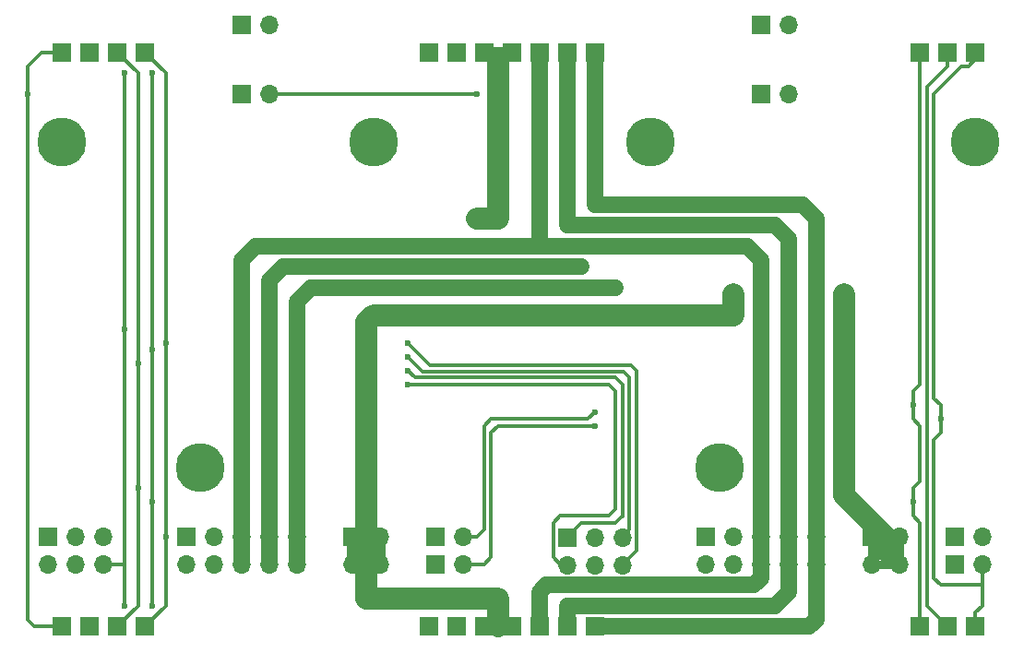
<source format=gtl>
G04 #@! TF.GenerationSoftware,KiCad,Pcbnew,6.0.4+dfsg-1+b1*
G04 #@! TF.CreationDate,2022-04-23T23:39:37+03:00*
G04 #@! TF.ProjectId,yatabaza-bus,79617461-6261-47a6-912d-6275732e6b69,rev?*
G04 #@! TF.SameCoordinates,Original*
G04 #@! TF.FileFunction,Copper,L1,Top*
G04 #@! TF.FilePolarity,Positive*
%FSLAX46Y46*%
G04 Gerber Fmt 4.6, Leading zero omitted, Abs format (unit mm)*
G04 Created by KiCad (PCBNEW 6.0.4+dfsg-1+b1) date 2022-04-23 23:39:37*
%MOMM*%
%LPD*%
G01*
G04 APERTURE LIST*
G04 #@! TA.AperFunction,ComponentPad*
%ADD10R,1.700000X1.700000*%
G04 #@! TD*
G04 #@! TA.AperFunction,ComponentPad*
%ADD11O,1.700000X1.700000*%
G04 #@! TD*
G04 #@! TA.AperFunction,ConnectorPad*
%ADD12R,1.700000X1.700000*%
G04 #@! TD*
G04 #@! TA.AperFunction,ComponentPad*
%ADD13C,4.500000*%
G04 #@! TD*
G04 #@! TA.AperFunction,ViaPad*
%ADD14C,0.600000*%
G04 #@! TD*
G04 #@! TA.AperFunction,Conductor*
%ADD15C,0.375000*%
G04 #@! TD*
G04 #@! TA.AperFunction,Conductor*
%ADD16C,1.500000*%
G04 #@! TD*
G04 #@! TA.AperFunction,Conductor*
%ADD17C,1.000000*%
G04 #@! TD*
G04 #@! TA.AperFunction,Conductor*
%ADD18C,0.750000*%
G04 #@! TD*
G04 #@! TA.AperFunction,Conductor*
%ADD19C,2.000000*%
G04 #@! TD*
G04 APERTURE END LIST*
D10*
X49530000Y-78740000D03*
D11*
X49530000Y-81280000D03*
X52070000Y-78740000D03*
X52070000Y-81280000D03*
X54610000Y-78740000D03*
X54610000Y-81280000D03*
X57150000Y-78740000D03*
X57150000Y-81280000D03*
X59690000Y-78740000D03*
X59690000Y-81280000D03*
D10*
X97155000Y-78740000D03*
D11*
X97155000Y-81280000D03*
X99695000Y-78740000D03*
X99695000Y-81280000D03*
X102235000Y-78740000D03*
X102235000Y-81280000D03*
X104775000Y-78740000D03*
X104775000Y-81280000D03*
X107315000Y-78740000D03*
X107315000Y-81280000D03*
D10*
X72390000Y-81280000D03*
D11*
X74930000Y-81280000D03*
D10*
X72385000Y-78740000D03*
D11*
X74925000Y-78740000D03*
D10*
X64770000Y-78740000D03*
D11*
X64770000Y-81280000D03*
X67310000Y-78740000D03*
X67310000Y-81280000D03*
D10*
X112390000Y-78740000D03*
D11*
X112390000Y-81280000D03*
X114930000Y-78740000D03*
X114930000Y-81280000D03*
D10*
X120010000Y-81280000D03*
D11*
X122550000Y-81280000D03*
D10*
X120010000Y-78740000D03*
D11*
X122550000Y-78740000D03*
D10*
X36830000Y-78740000D03*
D11*
X36830000Y-81280000D03*
X39370000Y-78740000D03*
X39370000Y-81280000D03*
X41910000Y-78740000D03*
X41910000Y-81280000D03*
D10*
X84455000Y-78800000D03*
D11*
X84455000Y-81340000D03*
X86995000Y-78800000D03*
X86995000Y-81340000D03*
X89535000Y-78800000D03*
X89535000Y-81340000D03*
D10*
X54610000Y-38100000D03*
D11*
X57150000Y-38100000D03*
D10*
X102230000Y-38100000D03*
D11*
X104770000Y-38100000D03*
D12*
X45720000Y-34290000D03*
X43180000Y-34290000D03*
X40640000Y-34290000D03*
X38100000Y-34290000D03*
X86995000Y-34290000D03*
X84455000Y-34290000D03*
X81915000Y-34290000D03*
X79375000Y-34290000D03*
X76835000Y-34290000D03*
X74295000Y-34290000D03*
X71755000Y-34290000D03*
X121920000Y-34290000D03*
X119380000Y-34290000D03*
X116840000Y-34290000D03*
D10*
X54605000Y-31750000D03*
D11*
X57145000Y-31750000D03*
D10*
X102235000Y-31750000D03*
D11*
X104775000Y-31750000D03*
D12*
X45720000Y-86995000D03*
X43180000Y-86995000D03*
X40640000Y-86995000D03*
X38100000Y-86995000D03*
X86995000Y-86995000D03*
X84455000Y-86995000D03*
X81915000Y-86995000D03*
X79375000Y-86995000D03*
X76835000Y-86995000D03*
X74295000Y-86995000D03*
X71755000Y-86995000D03*
X121920000Y-86995000D03*
X119380000Y-86995000D03*
X116840000Y-86995000D03*
D13*
X50800000Y-72390000D03*
X38100000Y-42545000D03*
X66675000Y-42545000D03*
X121920000Y-42545000D03*
X98425000Y-72390000D03*
X92075000Y-42545000D03*
D14*
X43815000Y-85090000D03*
X43815000Y-59690000D03*
X43815000Y-36195000D03*
X69850000Y-60960000D03*
X87630000Y-48260000D03*
X86995000Y-86995000D03*
X87630000Y-55880000D03*
X86995000Y-34290000D03*
X88900000Y-48260000D03*
X88900000Y-55880000D03*
X84455000Y-50165000D03*
X85725000Y-53975000D03*
X84455000Y-53975000D03*
X84455000Y-86995000D03*
X84455000Y-34290000D03*
X85725000Y-50165000D03*
X81915000Y-86995000D03*
X81915000Y-34290000D03*
X74295000Y-34290000D03*
X74295000Y-86995000D03*
X71755000Y-86995000D03*
X71755000Y-34290000D03*
X40640000Y-86995000D03*
X40640000Y-34290000D03*
X119380000Y-34290000D03*
X119380000Y-86995000D03*
X45085000Y-74295000D03*
X45085000Y-62865000D03*
X69850000Y-64770000D03*
X46355000Y-85090000D03*
X46355000Y-36195000D03*
X46355000Y-61595000D03*
X46355000Y-75565000D03*
X69850000Y-63500000D03*
X47625000Y-78740000D03*
X69850000Y-62230000D03*
X47625000Y-60960000D03*
X86995000Y-68580000D03*
X118745000Y-67945000D03*
X86995000Y-67310000D03*
X116205000Y-75565000D03*
X116205000Y-66675000D03*
X109855000Y-56515000D03*
X79375000Y-34290000D03*
X78105000Y-58420000D03*
X109855000Y-58420000D03*
X76200000Y-58420000D03*
X76835000Y-34290000D03*
X99695000Y-56515000D03*
X76835000Y-86995000D03*
X79375000Y-86995000D03*
X78105000Y-49530000D03*
X76200000Y-49530000D03*
X99695000Y-58420000D03*
X34925000Y-38100000D03*
X76200000Y-38100000D03*
D15*
X90805000Y-80010000D02*
X90805000Y-63500000D01*
X90805000Y-63500000D02*
X90289996Y-62984996D01*
X90289996Y-62984996D02*
X71874996Y-62984996D01*
X71874996Y-62984996D02*
X69850000Y-60960000D01*
X89535000Y-81280000D02*
X90805000Y-80010000D01*
X43815000Y-59690000D02*
X43815000Y-36195000D01*
X41910000Y-81280000D02*
X43815000Y-81280000D01*
X43815000Y-85090000D02*
X43815000Y-81280000D01*
X43815000Y-81280000D02*
X43815000Y-59690000D01*
D16*
X106680000Y-86995000D02*
X107315000Y-86360000D01*
X107315000Y-86360000D02*
X107315000Y-81280000D01*
X87630000Y-55880000D02*
X88900000Y-55880000D01*
X87630000Y-48260000D02*
X86995000Y-48260000D01*
X88900000Y-48260000D02*
X106045000Y-48260000D01*
X59690000Y-57150000D02*
X59690000Y-78740000D01*
X86995000Y-48260000D02*
X88900000Y-48260000D01*
X107315000Y-78740000D02*
X107315000Y-49530000D01*
X107315000Y-81280000D02*
X107315000Y-78740000D01*
X59690000Y-81280000D02*
X59690000Y-78740000D01*
X86995000Y-34290000D02*
X86995000Y-48260000D01*
X60960000Y-55880000D02*
X87630000Y-55880000D01*
X60960000Y-55880000D02*
X59690000Y-57150000D01*
X86995000Y-86995000D02*
X106680000Y-86995000D01*
X106045000Y-48260000D02*
X107315000Y-49530000D01*
X84455000Y-85090000D02*
X84455000Y-86995000D01*
X103505000Y-85090000D02*
X84455000Y-85090000D01*
X58420000Y-53975000D02*
X84455000Y-53975000D01*
X85725000Y-50165000D02*
X85090000Y-50165000D01*
X84455000Y-50165000D02*
X85090000Y-50165000D01*
X104775000Y-51435000D02*
X104775000Y-78740000D01*
X84455000Y-50165000D02*
X103505000Y-50165000D01*
X57150000Y-55245000D02*
X57150000Y-78740000D01*
X104775000Y-81280000D02*
X104775000Y-83820000D01*
X104775000Y-78740000D02*
X104775000Y-81280000D01*
X57150000Y-81280000D02*
X57150000Y-78740000D01*
X84455000Y-34290000D02*
X84455000Y-50165000D01*
X103505000Y-85090000D02*
X104775000Y-83820000D01*
X58420000Y-53975000D02*
X57150000Y-55245000D01*
X85725000Y-53975000D02*
X84455000Y-53975000D01*
X103505000Y-50165000D02*
X104775000Y-51435000D01*
X81915000Y-52070000D02*
X100965000Y-52070000D01*
X81915000Y-83820000D02*
X82550000Y-83185000D01*
X82550000Y-83185000D02*
X101600000Y-83185000D01*
X101600000Y-83185000D02*
X102235000Y-82550000D01*
X102235000Y-82550000D02*
X102235000Y-81280000D01*
X55880000Y-52070000D02*
X81915000Y-52070000D01*
X102235000Y-53340000D02*
X102235000Y-78740000D01*
X81915000Y-34290000D02*
X81915000Y-52070000D01*
X54610000Y-78740000D02*
X54610000Y-53340000D01*
X100965000Y-52070000D02*
X102235000Y-53340000D01*
X102235000Y-78740000D02*
X102235000Y-81280000D01*
X55880000Y-52070000D02*
X54610000Y-53340000D01*
X81915000Y-86995000D02*
X81915000Y-83820000D01*
X54610000Y-81280000D02*
X54610000Y-78740000D01*
D15*
X119380000Y-35560000D02*
X117475000Y-37465000D01*
X117475000Y-37465000D02*
X117475000Y-85090000D01*
X117475000Y-85090000D02*
X119380000Y-86995000D01*
X119380000Y-34290000D02*
X119380000Y-35560000D01*
X45085000Y-36195000D02*
X45085000Y-62865000D01*
X45085000Y-64770000D02*
X45085000Y-74295000D01*
X45085000Y-74295000D02*
X45085000Y-85090000D01*
X45085000Y-64135000D02*
X45085000Y-64770000D01*
X88900000Y-65405000D02*
X88265000Y-64770000D01*
X69850000Y-64770000D02*
X88265000Y-64770000D01*
X88900000Y-76200000D02*
X88900000Y-65405000D01*
X45085000Y-62865000D02*
X45085000Y-74295000D01*
X83820000Y-81280000D02*
X83185000Y-80645000D01*
X84455000Y-81280000D02*
X83820000Y-81280000D01*
X88265000Y-76835000D02*
X88900000Y-76200000D01*
X83185000Y-77470000D02*
X83820000Y-76835000D01*
X43180000Y-34290000D02*
X45085000Y-36195000D01*
X83820000Y-76835000D02*
X88265000Y-76835000D01*
X83185000Y-80645000D02*
X83185000Y-77470000D01*
X43180000Y-86995000D02*
X45085000Y-85090000D01*
X46355000Y-36195000D02*
X46355000Y-61595000D01*
X46355000Y-75565000D02*
X46355000Y-85090000D01*
X89535000Y-76894998D02*
X89535000Y-64770000D01*
X89535000Y-64770000D02*
X88900000Y-64135000D01*
X85725000Y-77470000D02*
X88900000Y-77470000D01*
X88900000Y-77470000D02*
X89535000Y-76835000D01*
X89535000Y-76835000D02*
X89535000Y-76894998D01*
X70485000Y-64135000D02*
X69850000Y-63500000D01*
X46355000Y-61595000D02*
X46355000Y-75565000D01*
X70485000Y-64135000D02*
X88900000Y-64135000D01*
X84455000Y-78740000D02*
X85725000Y-77470000D01*
X47625000Y-36195000D02*
X47625000Y-60960000D01*
X47625000Y-85090000D02*
X47625000Y-78740000D01*
X71179998Y-63559998D02*
X69850000Y-62230000D01*
X90170000Y-78105000D02*
X90170000Y-64135000D01*
X90170000Y-64135000D02*
X89594998Y-63559998D01*
X71179998Y-63559998D02*
X89594998Y-63559998D01*
X47625000Y-60960000D02*
X47625000Y-78740000D01*
X90170000Y-78105000D02*
X89535000Y-78740000D01*
X45720000Y-34290000D02*
X47625000Y-36195000D01*
X45720000Y-86995000D02*
X47625000Y-85090000D01*
X121920000Y-85725000D02*
X121920000Y-86995000D01*
X120650000Y-35560000D02*
X121285000Y-35560000D01*
X121285000Y-35560000D02*
X121920000Y-34925000D01*
X121920000Y-34925000D02*
X121920000Y-34290000D01*
X76835000Y-81280000D02*
X77470000Y-80645000D01*
X118745000Y-67945000D02*
X118745000Y-69215000D01*
X118745000Y-69215000D02*
X118110000Y-69850000D01*
X118110000Y-69850000D02*
X118110000Y-82550000D01*
X118745000Y-83185000D02*
X122555000Y-83185000D01*
X122555000Y-83185000D02*
X122555000Y-81280000D01*
X122555000Y-85090000D02*
X121920000Y-85725000D01*
X118110000Y-66040000D02*
X118745000Y-66675000D01*
X118745000Y-66675000D02*
X118745000Y-67945000D01*
X78105000Y-68580000D02*
X77470000Y-69215000D01*
X77470000Y-69215000D02*
X77470000Y-80645000D01*
X118110000Y-82550000D02*
X118745000Y-83185000D01*
X118110000Y-38100000D02*
X118110000Y-66040000D01*
X78105000Y-68580000D02*
X86995000Y-68580000D01*
X74930000Y-81280000D02*
X76835000Y-81280000D01*
X118110000Y-38100000D02*
X120650000Y-35560000D01*
X122555000Y-83185000D02*
X122555000Y-85090000D01*
X76200000Y-78740000D02*
X76835000Y-78105000D01*
X76835000Y-78105000D02*
X76835000Y-68580000D01*
X116840000Y-64770000D02*
X116840000Y-34290000D01*
X116205000Y-65405000D02*
X116205000Y-66675000D01*
X116205000Y-66675000D02*
X116205000Y-67945000D01*
X116205000Y-67945000D02*
X116840000Y-68580000D01*
X116205000Y-74295000D02*
X116205000Y-75565000D01*
X116205000Y-76835000D02*
X116840000Y-77470000D01*
X86360000Y-67945000D02*
X77470000Y-67945000D01*
X77470000Y-67945000D02*
X76835000Y-68580000D01*
X86995000Y-67310000D02*
X86360000Y-67945000D01*
X116205000Y-75565000D02*
X116205000Y-76835000D01*
X116840000Y-86995000D02*
X116840000Y-77470000D01*
X116840000Y-64770000D02*
X116205000Y-65405000D01*
X76200000Y-78740000D02*
X74930000Y-78740000D01*
X116840000Y-73660000D02*
X116205000Y-74295000D01*
X116840000Y-73660000D02*
X116840000Y-68580000D01*
D17*
X78105000Y-34290000D02*
X79375000Y-34290000D01*
D18*
X66040000Y-80010000D02*
X67310000Y-81280000D01*
D19*
X66040000Y-84455000D02*
X78105000Y-84455000D01*
X78105000Y-84455000D02*
X78105000Y-86995000D01*
D16*
X78105000Y-86995000D02*
X76835000Y-86995000D01*
D18*
X113665000Y-80010000D02*
X114935000Y-81280000D01*
D19*
X113665000Y-78740000D02*
X109855000Y-74930000D01*
X109855000Y-74930000D02*
X109855000Y-58420000D01*
X66040000Y-59055000D02*
X66675000Y-58420000D01*
X66675000Y-58420000D02*
X76200000Y-58420000D01*
X76200000Y-58420000D02*
X78105000Y-58420000D01*
X99695000Y-58420000D02*
X99695000Y-56515000D01*
X109855000Y-58420000D02*
X109855000Y-56515000D01*
X66040000Y-80010000D02*
X66040000Y-84455000D01*
D18*
X112395000Y-78740000D02*
X114935000Y-78740000D01*
X112395000Y-78740000D02*
X113665000Y-80010000D01*
X114935000Y-81280000D02*
X114935000Y-78740000D01*
D19*
X78105000Y-49530000D02*
X76835000Y-49530000D01*
D17*
X76835000Y-34290000D02*
X78105000Y-34290000D01*
D18*
X112395000Y-81280000D02*
X114935000Y-81280000D01*
D17*
X67310000Y-81280000D02*
X67310000Y-78740000D01*
X64770000Y-78740000D02*
X64770000Y-81280000D01*
D19*
X78105000Y-58420000D02*
X99695000Y-58420000D01*
D18*
X112395000Y-78740000D02*
X112395000Y-81280000D01*
X64770000Y-78740000D02*
X66040000Y-80010000D01*
D17*
X67310000Y-78740000D02*
X64770000Y-78740000D01*
D19*
X113665000Y-80010000D02*
X113665000Y-78740000D01*
X66040000Y-80010000D02*
X66040000Y-59055000D01*
X76835000Y-49530000D02*
X76200000Y-49530000D01*
X78105000Y-49530000D02*
X78105000Y-34925000D01*
D18*
X78105000Y-34925000D02*
X78105000Y-34290000D01*
D16*
X79375000Y-86995000D02*
X78105000Y-86995000D01*
D17*
X64770000Y-81280000D02*
X67310000Y-81280000D01*
D15*
X36195000Y-34290000D02*
X34925000Y-35560000D01*
X34925000Y-35560000D02*
X34925000Y-38100000D01*
X34925000Y-86360000D02*
X35560000Y-86995000D01*
X35560000Y-86995000D02*
X38100000Y-86995000D01*
X34925000Y-38100000D02*
X34925000Y-86360000D01*
X38100000Y-34290000D02*
X36195000Y-34290000D01*
X57150000Y-38100000D02*
X76200000Y-38100000D01*
M02*

</source>
